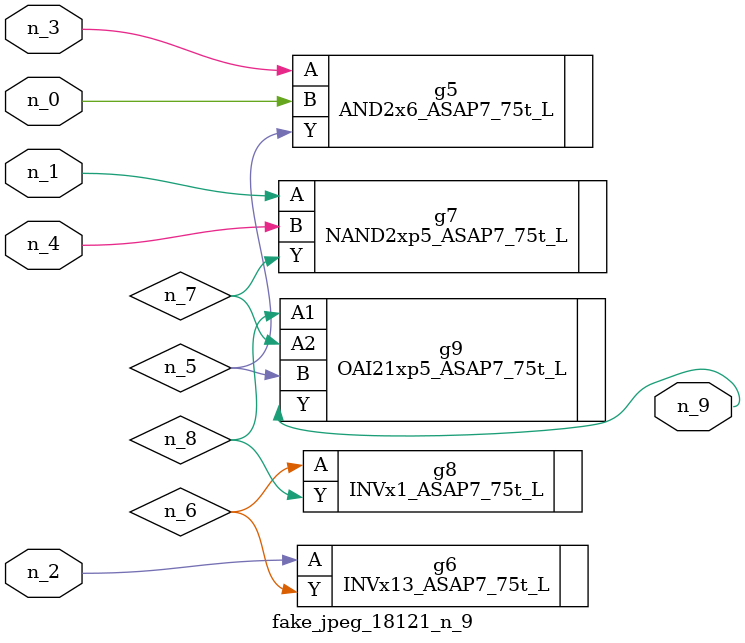
<source format=v>
module fake_jpeg_18121_n_9 (n_3, n_2, n_1, n_0, n_4, n_9);

input n_3;
input n_2;
input n_1;
input n_0;
input n_4;

output n_9;

wire n_8;
wire n_6;
wire n_5;
wire n_7;

AND2x6_ASAP7_75t_L g5 ( 
.A(n_3),
.B(n_0),
.Y(n_5)
);

INVx13_ASAP7_75t_L g6 ( 
.A(n_2),
.Y(n_6)
);

NAND2xp5_ASAP7_75t_L g7 ( 
.A(n_1),
.B(n_4),
.Y(n_7)
);

INVx1_ASAP7_75t_L g8 ( 
.A(n_6),
.Y(n_8)
);

OAI21xp5_ASAP7_75t_L g9 ( 
.A1(n_8),
.A2(n_7),
.B(n_5),
.Y(n_9)
);


endmodule
</source>
